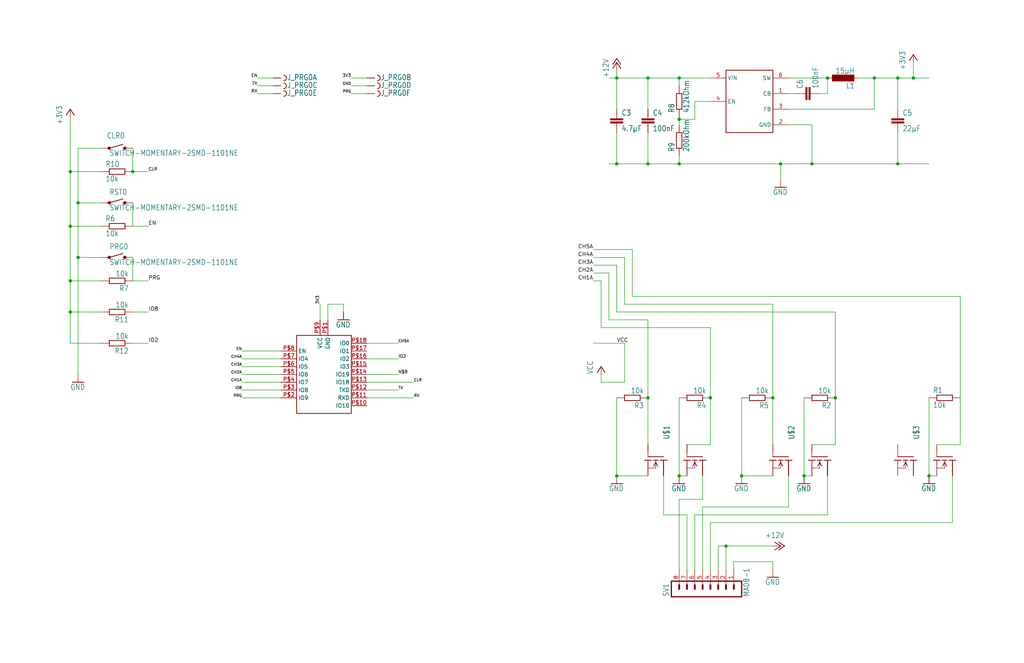
<source format=kicad_sch>
(kicad_sch (version 20211123) (generator eeschema)
  (paper "User" 333.197 215.976)
  (lib_symbols
    (symbol "rgbww32c3wroom02-eagle-import:+12V" (power)
      (property "Value" "+12V" (at -2.54 -5.08 90))
      (symbol "+12V_1_0"
        (polyline (pts (xy 0 0) (xy -1.27 -1.905)) (stroke (width 0.254)))
        (polyline (pts (xy 0 1.27) (xy -1.27 -0.635)) (stroke (width 0.254)))
        (polyline (pts (xy 1.27 -1.905) (xy 0 0)) (stroke (width 0.254)))
        (polyline (pts (xy 1.27 -0.635) (xy 0 1.27)) (stroke (width 0.254)))
        (pin power_in line (at 0 -2.54 90) (length 2.54) (name "+12V") (number "1"))
      )
    )
    (symbol "rgbww32c3wroom02-eagle-import:+3V3" (power)
      (property "Value" "+3V3" (at -2.54 -5.08 90))
      (symbol "+3V3_1_0"
        (polyline (pts (xy 0 0) (xy -1.27 -1.905)) (stroke (width 0.254)))
        (polyline (pts (xy 1.27 -1.905) (xy 0 0)) (stroke (width 0.254)))
        (pin power_in line (at 0 -2.54 90) (length 2.54) (name "+3V3") (number "1"))
      )
    )
    (symbol "rgbww32c3wroom02-eagle-import:1296-T06"
      (property "Reference" "X" (at 1.905 -0.762 0))
      (symbol "1296-T06_1_0"
        (arc (start 0.889 -0.889) (mid 1.778 0) (end 0.889 0.889) (stroke (width 0.254)))
        (pin passive line (at -2.54 0 0) (length 2.54) (name "B") (number "1"))
      )
      (symbol "1296-T06_2_0"
        (arc (start 0.889 -0.889) (mid 1.778 0) (end 0.889 0.889) (stroke (width 0.254)))
        (pin passive line (at -2.54 0 0) (length 2.54) (name "B") (number "2"))
      )
      (symbol "1296-T06_3_0"
        (arc (start 0.889 -0.889) (mid 1.778 0) (end 0.889 0.889) (stroke (width 0.254)))
        (pin passive line (at -2.54 0 0) (length 2.54) (name "B") (number "3"))
      )
      (symbol "1296-T06_4_0"
        (arc (start 0.889 -0.889) (mid 1.778 0) (end 0.889 0.889) (stroke (width 0.254)))
        (pin passive line (at -2.54 0 0) (length 2.54) (name "B") (number "4"))
      )
      (symbol "1296-T06_5_0"
        (arc (start 0.889 -0.889) (mid 1.778 0) (end 0.889 0.889) (stroke (width 0.254)))
        (pin passive line (at -2.54 0 0) (length 2.54) (name "B") (number "5"))
      )
      (symbol "1296-T06_6_0"
        (arc (start 0.889 -0.889) (mid 1.778 0) (end 0.889 0.889) (stroke (width 0.254)))
        (pin passive line (at -2.54 0 0) (length 2.54) (name "B") (number "6"))
      )
    )
    (symbol "rgbww32c3wroom02-eagle-import:AOD4806"
      (symbol "AOD4806_1_0"
        (polyline (pts (xy -12.7 5.08) (xy -11.3792 5.08)) (stroke (width 0.1524)))
        (polyline (pts (xy -12.7 17.78) (xy -11.3792 17.78)) (stroke (width 0.1524)))
        (polyline (pts (xy -11.303 10.16) (xy -11.303 5.08)) (stroke (width 0.254)))
        (polyline (pts (xy -11.303 22.86) (xy -11.303 17.78)) (stroke (width 0.254)))
        (polyline (pts (xy -10.16 6.223) (xy -10.16 3.937)) (stroke (width 0.254)))
        (polyline (pts (xy -10.16 7.62) (xy -10.16 6.858)) (stroke (width 0.254)))
        (polyline (pts (xy -10.16 7.62) (xy -9.525 7.62)) (stroke (width 0.1524)))
        (polyline (pts (xy -10.16 8.382) (xy -10.16 7.62)) (stroke (width 0.254)))
        (polyline (pts (xy -10.16 11.303) (xy -10.16 9.017)) (stroke (width 0.254)))
        (polyline (pts (xy -10.16 18.923) (xy -10.16 16.637)) (stroke (width 0.254)))
        (polyline (pts (xy -10.16 20.32) (xy -10.16 19.558)) (stroke (width 0.254)))
        (polyline (pts (xy -10.16 20.32) (xy -9.525 20.32)) (stroke (width 0.1524)))
        (polyline (pts (xy -10.16 21.082) (xy -10.16 20.32)) (stroke (width 0.254)))
        (polyline (pts (xy -10.16 24.003) (xy -10.16 21.717)) (stroke (width 0.254)))
        (polyline (pts (xy -9.525 7.62) (xy -7.62 7.62)) (stroke (width 0.1524)))
        (polyline (pts (xy -9.525 20.32) (xy -7.62 20.32)) (stroke (width 0.1524)))
        (polyline (pts (xy -8.255 6.985) (xy -9.525 7.62)) (stroke (width 0.254)))
        (polyline (pts (xy -8.255 8.255) (xy -9.525 7.62)) (stroke (width 0.254)))
        (polyline (pts (xy -8.255 19.685) (xy -9.525 20.32)) (stroke (width 0.254)))
        (polyline (pts (xy -8.255 20.955) (xy -9.525 20.32)) (stroke (width 0.254)))
        (polyline (pts (xy -7.62 7.62) (xy -7.62 5.08)) (stroke (width 0.1524)))
        (polyline (pts (xy -7.62 20.32) (xy -7.62 17.78)) (stroke (width 0.1524)))
        (pin passive line (at -5.08 5.08 180) (length 5.08) (name "S1") (number "1"))
        (pin passive line (at -15.24 5.08 0) (length 2.54) (name "G1") (number "2"))
        (pin passive line (at -5.08 17.78 180) (length 5.08) (name "S") (number "3"))
        (pin passive line (at -15.24 17.78 0) (length 2.54) (name "G") (number "4"))
        (pin passive line (at -5.08 22.86 180) (length 5.08) (name "D") (number "5"))
        (pin passive line (at -5.08 22.86 180) (length 5.08) (name "D") (number "6"))
        (pin passive line (at -5.08 10.16 180) (length 5.08) (name "D1") (number "7"))
        (pin passive line (at -5.08 10.16 180) (length 5.08) (name "D1") (number "8"))
      )
    )
    (symbol "rgbww32c3wroom02-eagle-import:C-EUC0805"
      (property "Reference" "C" (at 1.524 0.381 0))
      (property "Value" "C-EUC0805" (at 1.524 -4.699 0))
      (symbol "C-EUC0805_1_0"
        (rectangle (start -2.032 -2.032) (end 2.032 -1.524) (fill (type outline)))
        (rectangle (start -2.032 -1.016) (end 2.032 -0.508) (fill (type outline)))
        (polyline (pts (xy 0 -2.54) (xy 0 -2.032)) (stroke (width 0.1524)))
        (polyline (pts (xy 0 0) (xy 0 -0.508)) (stroke (width 0.1524)))
        (pin passive line (at 0 2.54 270) (length 2.54) (name "1") (number "1"))
        (pin passive line (at 0 -5.08 90) (length 2.54) (name "2") (number "2"))
      )
    )
    (symbol "rgbww32c3wroom02-eagle-import:C-EUC1210"
      (property "Reference" "C" (at 1.524 0.381 0))
      (property "Value" "C-EUC1210" (at 1.524 -4.699 0))
      (symbol "C-EUC1210_1_0"
        (rectangle (start -2.032 -2.032) (end 2.032 -1.524) (fill (type outline)))
        (rectangle (start -2.032 -1.016) (end 2.032 -0.508) (fill (type outline)))
        (polyline (pts (xy 0 -2.54) (xy 0 -2.032)) (stroke (width 0.1524)))
        (polyline (pts (xy 0 0) (xy 0 -0.508)) (stroke (width 0.1524)))
        (pin passive line (at 0 2.54 270) (length 2.54) (name "1") (number "1"))
        (pin passive line (at 0 -5.08 90) (length 2.54) (name "2") (number "2"))
      )
    )
    (symbol "rgbww32c3wroom02-eagle-import:ESP32C3WROOM02"
      (symbol "ESP32C3WROOM02_1_0"
        (polyline (pts (xy -12.7 -10.16) (xy -12.7 15.24)) (stroke (width 0.254)))
        (polyline (pts (xy -12.7 15.24) (xy 5.08 15.24)) (stroke (width 0.254)))
        (polyline (pts (xy 5.08 -10.16) (xy -12.7 -10.16)) (stroke (width 0.254)))
        (polyline (pts (xy 5.08 15.24) (xy 5.08 -10.16)) (stroke (width 0.254)))
        (pin power_in line (at -2.54 20.32 270) (length 5.08) (name "GND") (number "P$1"))
        (pin bidirectional line (at 10.16 -7.62 180) (length 5.08) (name "IO10") (number "P$10"))
        (pin bidirectional line (at 10.16 -5.08 180) (length 5.08) (name "RXD") (number "P$11"))
        (pin bidirectional line (at 10.16 -2.54 180) (length 5.08) (name "TXD") (number "P$12"))
        (pin bidirectional line (at 10.16 0 180) (length 5.08) (name "IO18") (number "P$13"))
        (pin bidirectional line (at 10.16 2.54 180) (length 5.08) (name "IO19") (number "P$14"))
        (pin bidirectional line (at 10.16 5.08 180) (length 5.08) (name "I03") (number "P$15"))
        (pin bidirectional line (at 10.16 7.62 180) (length 5.08) (name "I02") (number "P$16"))
        (pin bidirectional line (at 10.16 10.16 180) (length 5.08) (name "IO1") (number "P$17"))
        (pin bidirectional line (at 10.16 12.7 180) (length 5.08) (name "IO0") (number "P$18"))
        (pin bidirectional line (at -17.78 -5.08 0) (length 5.08) (name "IO9") (number "P$2"))
        (pin bidirectional line (at -17.78 -2.54 0) (length 5.08) (name "IO8") (number "P$3"))
        (pin bidirectional line (at -17.78 0 0) (length 5.08) (name "IO7") (number "P$4"))
        (pin bidirectional line (at -17.78 2.54 0) (length 5.08) (name "IO6") (number "P$5"))
        (pin bidirectional line (at -17.78 5.08 0) (length 5.08) (name "I05") (number "P$6"))
        (pin bidirectional line (at -17.78 7.62 0) (length 5.08) (name "IO4") (number "P$7"))
        (pin input line (at -17.78 10.16 0) (length 5.08) (name "EN") (number "P$8"))
        (pin power_in line (at -5.08 20.32 270) (length 5.08) (name "VCC") (number "P$9"))
      )
    )
    (symbol "rgbww32c3wroom02-eagle-import:GND" (power)
      (property "Value" "GND" (at -2.54 -2.54 0))
      (symbol "GND_1_0"
        (polyline (pts (xy -1.905 0) (xy 1.905 0)) (stroke (width 0.254)))
        (pin power_in line (at 0 2.54 270) (length 2.54) (name "GND") (number "1"))
      )
    )
    (symbol "rgbww32c3wroom02-eagle-import:LPS4018"
      (property "Value" "LPS4018" (at 3.302 -1.27 90))
      (symbol "LPS4018_1_0"
        (rectangle (start -1.016 -1.016) (end 1.016 6.096) (fill (type outline)))
        (pin passive line (at 0 7.62 270) (length 2.54) (name "1") (number "1"))
        (pin passive line (at 0 -2.54 90) (length 2.54) (name "2") (number "2"))
      )
    )
    (symbol "rgbww32c3wroom02-eagle-import:MA08-1"
      (property "Reference" "SV" (at -1.27 13.462 0))
      (property "Value" "MA08-1" (at -1.27 -12.7 0))
      (symbol "MA08-1_1_0"
        (polyline (pts (xy -1.27 12.7) (xy -1.27 -10.16)) (stroke (width 0.4064)))
        (polyline (pts (xy -1.27 12.7) (xy 3.81 12.7)) (stroke (width 0.4064)))
        (polyline (pts (xy 1.27 -7.62) (xy 2.54 -7.62)) (stroke (width 0.6096)))
        (polyline (pts (xy 1.27 -5.08) (xy 2.54 -5.08)) (stroke (width 0.6096)))
        (polyline (pts (xy 1.27 -2.54) (xy 2.54 -2.54)) (stroke (width 0.6096)))
        (polyline (pts (xy 1.27 0) (xy 2.54 0)) (stroke (width 0.6096)))
        (polyline (pts (xy 1.27 2.54) (xy 2.54 2.54)) (stroke (width 0.6096)))
        (polyline (pts (xy 1.27 5.08) (xy 2.54 5.08)) (stroke (width 0.6096)))
        (polyline (pts (xy 1.27 7.62) (xy 2.54 7.62)) (stroke (width 0.6096)))
        (polyline (pts (xy 1.27 10.16) (xy 2.54 10.16)) (stroke (width 0.6096)))
        (polyline (pts (xy 3.81 -10.16) (xy -1.27 -10.16)) (stroke (width 0.4064)))
        (polyline (pts (xy 3.81 -10.16) (xy 3.81 12.7)) (stroke (width 0.4064)))
        (pin passive line (at 7.62 -7.62 180) (length 5.08) (name "1") (number "1"))
        (pin passive line (at 7.62 -5.08 180) (length 5.08) (name "2") (number "2"))
        (pin passive line (at 7.62 -2.54 180) (length 5.08) (name "3") (number "3"))
        (pin passive line (at 7.62 0 180) (length 5.08) (name "4") (number "4"))
        (pin passive line (at 7.62 2.54 180) (length 5.08) (name "5") (number "5"))
        (pin passive line (at 7.62 5.08 180) (length 5.08) (name "6") (number "6"))
        (pin passive line (at 7.62 7.62 180) (length 5.08) (name "7") (number "7"))
        (pin passive line (at 7.62 10.16 180) (length 5.08) (name "8") (number "8"))
      )
    )
    (symbol "rgbww32c3wroom02-eagle-import:R-EU_M0805"
      (property "Reference" "R" (at -3.81 1.4986 0))
      (property "Value" "R-EU_M0805" (at -3.81 -3.302 0))
      (symbol "R-EU_M0805_1_0"
        (polyline (pts (xy -2.54 -0.889) (xy -2.54 0.889)) (stroke (width 0.254)))
        (polyline (pts (xy -2.54 -0.889) (xy 2.54 -0.889)) (stroke (width 0.254)))
        (polyline (pts (xy 2.54 -0.889) (xy 2.54 0.889)) (stroke (width 0.254)))
        (polyline (pts (xy 2.54 0.889) (xy -2.54 0.889)) (stroke (width 0.254)))
        (pin passive line (at -5.08 0 0) (length 2.54) (name "1") (number "1"))
        (pin passive line (at 5.08 0 180) (length 2.54) (name "2") (number "2"))
      )
    )
    (symbol "rgbww32c3wroom02-eagle-import:R-EU_R0805"
      (property "Reference" "R" (at -3.81 1.4986 0))
      (property "Value" "R-EU_R0805" (at -3.81 -3.302 0))
      (symbol "R-EU_R0805_1_0"
        (polyline (pts (xy -2.54 -0.889) (xy -2.54 0.889)) (stroke (width 0.254)))
        (polyline (pts (xy -2.54 -0.889) (xy 2.54 -0.889)) (stroke (width 0.254)))
        (polyline (pts (xy 2.54 -0.889) (xy 2.54 0.889)) (stroke (width 0.254)))
        (polyline (pts (xy 2.54 0.889) (xy -2.54 0.889)) (stroke (width 0.254)))
        (pin passive line (at -5.08 0 0) (length 2.54) (name "1") (number "1"))
        (pin passive line (at 5.08 0 180) (length 2.54) (name "2") (number "2"))
      )
    )
    (symbol "rgbww32c3wroom02-eagle-import:SWITCH-MOMENTARY-2SMD-1101NE"
      (property "Reference" "S" (at -2.54 2.54 0))
      (property "Value" "SWITCH-MOMENTARY-2SMD-1101NE" (at -2.54 -2.54 0))
      (symbol "SWITCH-MOMENTARY-2SMD-1101NE_1_0"
        (circle (center -2.54 0) (radius 0.127) (stroke (width 0.4064)))
        (polyline (pts (xy -2.54 0) (xy 1.905 1.27)) (stroke (width 0.254)))
        (polyline (pts (xy 1.905 0) (xy 2.54 0)) (stroke (width 0.254)))
        (circle (center 2.54 0) (radius 0.127) (stroke (width 0.4064)))
        (pin passive line (at -5.08 0 0) (length 2.54) (name "1") (number "1"))
        (pin passive line (at 5.08 0 180) (length 2.54) (name "2") (number "2"))
      )
    )
    (symbol "rgbww32c3wroom02-eagle-import:TPS5604030"
      (symbol "TPS5604030_1_0"
        (polyline (pts (xy -17.78 -2.54) (xy -2.54 -2.54)) (stroke (width 0.254)))
        (polyline (pts (xy -17.78 17.78) (xy -17.78 -2.54)) (stroke (width 0.254)))
        (polyline (pts (xy -2.54 -2.54) (xy -2.54 17.78)) (stroke (width 0.254)))
        (polyline (pts (xy -2.54 17.78) (xy -17.78 17.78)) (stroke (width 0.254)))
        (pin bidirectional line (at 2.54 10.16 180) (length 5.08) (name "CB") (number "1"))
        (pin power_in line (at 2.54 0 180) (length 5.08) (name "GND") (number "2"))
        (pin bidirectional line (at 2.54 5.08 180) (length 5.08) (name "FB") (number "3"))
        (pin bidirectional line (at -22.86 7.62 0) (length 5.08) (name "EN") (number "4"))
        (pin power_in line (at -22.86 15.24 0) (length 5.08) (name "VIN") (number "5"))
        (pin power_in line (at 2.54 15.24 180) (length 5.08) (name "SW") (number "6"))
      )
    )
    (symbol "rgbww32c3wroom02-eagle-import:VCC" (power)
      (property "Value" "VCC" (at -2.54 -2.54 90))
      (symbol "VCC_1_0"
        (polyline (pts (xy 0 0) (xy -1.27 -1.905)) (stroke (width 0.254)))
        (polyline (pts (xy 1.27 -1.905) (xy 0 0)) (stroke (width 0.254)))
        (pin power_in line (at 0 -2.54 90) (length 2.54) (name "VCC") (number "1"))
      )
    )
  )
  (junction (at 43.18 55.88))
  (junction (at 269.24 25.4))
  (junction (at 236.22 177.8))
  (junction (at 22.86 101.6))
  (junction (at 200.66 25.4))
  (junction (at 220.98 25.4))
  (junction (at 25.4 66.04))
  (junction (at 22.86 73.66))
  (junction (at 264.16 53.34))
  (junction (at 254 53.34))
  (junction (at 231.14 129.54))
  (junction (at 200.66 53.34))
  (junction (at 297.18 25.4))
  (junction (at 271.78 129.54))
  (junction (at 261.62 154.94))
  (junction (at 292.1 53.34))
  (junction (at 284.48 25.4))
  (junction (at 22.86 55.88))
  (junction (at 302.26 154.94))
  (junction (at 210.82 53.34))
  (junction (at 25.4 83.82))
  (junction (at 292.1 25.4))
  (junction (at 220.98 53.34))
  (junction (at 210.82 129.54))
  (junction (at 241.3 154.94))
  (junction (at 200.66 154.94))
  (junction (at 220.98 38.862))
  (junction (at 220.98 154.94))
  (junction (at 210.82 25.4))
  (junction (at 251.46 129.54))
  (junction (at 22.86 91.44))
  (wire (pts (xy 203.2 111.76) (xy 203.2 124.46)))
  (wire (pts (xy 119.38 25.4) (xy 114.3 25.4)))
  (wire (pts (xy 200.66 129.54) (xy 200.66 154.94)))
  (wire (pts (xy 33.02 55.88) (xy 22.86 55.88)))
  (wire (pts (xy 119.38 124.46) (xy 134.62 124.46)))
  (wire (pts (xy 25.4 66.04) (xy 33.02 66.04)))
  (wire (pts (xy 312.42 129.54) (xy 312.42 96.52)))
  (wire (pts (xy 203.2 99.06) (xy 251.46 99.06)))
  (wire (pts (xy 205.74 96.52) (xy 205.74 81.28)))
  (wire (pts (xy 309.88 170.18) (xy 309.88 154.94)))
  (wire (pts (xy 195.58 91.44) (xy 193.04 91.44)))
  (wire (pts (xy 264.16 154.94) (xy 261.62 154.94)))
  (wire (pts (xy 271.78 101.6) (xy 271.78 129.54)))
  (wire (pts (xy 200.66 25.4) (xy 200.66 22.86)))
  (wire (pts (xy 22.86 73.66) (xy 22.86 55.88)))
  (wire (pts (xy 215.9 154.94) (xy 215.9 167.64)))
  (wire (pts (xy 33.02 83.82) (xy 25.4 83.82)))
  (wire (pts (xy 22.86 101.6) (xy 22.86 111.76)))
  (wire (pts (xy 119.38 111.76) (xy 129.54 111.76)))
  (wire (pts (xy 200.66 35.56) (xy 200.66 25.4)))
  (wire (pts (xy 292.1 53.34) (xy 302.26 53.34)))
  (wire (pts (xy 271.78 129.54) (xy 271.78 144.78)))
  (wire (pts (xy 226.06 38.862) (xy 226.06 33.02)))
  (wire (pts (xy 205.74 81.28) (xy 193.04 81.28)))
  (wire (pts (xy 195.58 106.68) (xy 195.58 91.44)))
  (wire (pts (xy 254 53.34) (xy 264.16 53.34)))
  (wire (pts (xy 88.9 25.4) (xy 83.82 25.4)))
  (wire (pts (xy 203.2 124.46) (xy 195.58 124.46)))
  (wire (pts (xy 264.16 53.34) (xy 292.1 53.34)))
  (wire (pts (xy 43.18 55.88) (xy 48.26 55.88)))
  (wire (pts (xy 25.4 48.26) (xy 33.02 48.26)))
  (wire (pts (xy 106.68 104.14) (xy 106.68 99.06)))
  (wire (pts (xy 264.16 40.64) (xy 264.16 53.34)))
  (wire (pts (xy 292.1 43.18) (xy 292.1 53.34)))
  (wire (pts (xy 226.06 38.862) (xy 220.98 38.862)))
  (wire (pts (xy 223.52 144.78) (xy 231.14 144.78)))
  (wire (pts (xy 43.18 73.66) (xy 48.26 73.66)))
  (wire (pts (xy 210.82 43.18) (xy 210.82 53.34)))
  (wire (pts (xy 195.58 124.46) (xy 195.58 121.92)))
  (wire (pts (xy 210.82 154.94) (xy 200.66 154.94)))
  (wire (pts (xy 231.14 129.54) (xy 231.14 144.78)))
  (wire (pts (xy 266.7 30.48) (xy 269.24 30.48)))
  (wire (pts (xy 88.9 27.94) (xy 83.82 27.94)))
  (wire (pts (xy 251.46 129.54) (xy 251.46 144.78)))
  (wire (pts (xy 200.66 53.34) (xy 210.82 53.34)))
  (wire (pts (xy 210.82 104.14) (xy 210.82 129.54)))
  (wire (pts (xy 256.54 30.48) (xy 259.08 30.48)))
  (wire (pts (xy 78.74 114.3) (xy 91.44 114.3)))
  (wire (pts (xy 226.06 167.64) (xy 269.24 167.64)))
  (wire (pts (xy 236.22 185.42) (xy 236.22 177.8)))
  (wire (pts (xy 119.38 129.54) (xy 134.62 129.54)))
  (wire (pts (xy 264.16 144.78) (xy 271.78 144.78)))
  (wire (pts (xy 284.48 25.4) (xy 292.1 25.4)))
  (wire (pts (xy 210.82 129.54) (xy 210.82 144.78)))
  (wire (pts (xy 223.52 167.64) (xy 215.9 167.64)))
  (wire (pts (xy 304.8 154.94) (xy 302.26 154.94)))
  (wire (pts (xy 43.18 111.76) (xy 48.26 111.76)))
  (wire (pts (xy 233.68 177.8) (xy 236.22 177.8)))
  (wire (pts (xy 111.76 99.06) (xy 111.76 101.6)))
  (wire (pts (xy 200.66 101.6) (xy 200.66 86.36)))
  (wire (pts (xy 198.12 88.9) (xy 193.04 88.9)))
  (wire (pts (xy 228.6 165.1) (xy 228.6 185.42)))
  (wire (pts (xy 269.24 154.94) (xy 269.24 167.64)))
  (wire (pts (xy 119.38 27.94) (xy 114.3 27.94)))
  (wire (pts (xy 104.14 104.14) (xy 104.14 99.06)))
  (wire (pts (xy 220.98 50.8) (xy 220.98 53.34)))
  (wire (pts (xy 256.54 154.94) (xy 256.54 165.1)))
  (wire (pts (xy 279.4 25.4) (xy 284.48 25.4)))
  (wire (pts (xy 220.98 25.4) (xy 210.82 25.4)))
  (wire (pts (xy 91.44 129.54) (xy 78.74 129.54)))
  (wire (pts (xy 312.42 129.54) (xy 312.42 144.78)))
  (wire (pts (xy 256.54 35.56) (xy 284.48 35.56)))
  (wire (pts (xy 292.1 25.4) (xy 297.18 25.4)))
  (wire (pts (xy 231.14 170.18) (xy 231.14 185.42)))
  (wire (pts (xy 203.2 83.82) (xy 193.04 83.82)))
  (wire (pts (xy 231.14 106.68) (xy 231.14 129.54)))
  (wire (pts (xy 33.02 73.66) (xy 22.86 73.66)))
  (wire (pts (xy 238.76 185.42) (xy 238.76 182.88)))
  (wire (pts (xy 198.12 104.14) (xy 198.12 88.9)))
  (wire (pts (xy 195.58 106.68) (xy 231.14 106.68)))
  (wire (pts (xy 312.42 96.52) (xy 205.74 96.52)))
  (wire (pts (xy 25.4 66.04) (xy 25.4 83.82)))
  (wire (pts (xy 254 58.42) (xy 254 53.34)))
  (wire (pts (xy 251.46 182.88) (xy 251.46 185.42)))
  (wire (pts (xy 119.38 121.92) (xy 129.54 121.92)))
  (wire (pts (xy 256.54 25.4) (xy 269.24 25.4)))
  (wire (pts (xy 43.18 91.44) (xy 48.26 91.44)))
  (wire (pts (xy 297.18 25.4) (xy 302.26 25.4)))
  (wire (pts (xy 251.46 99.06) (xy 251.46 129.54)))
  (wire (pts (xy 200.66 101.6) (xy 271.78 101.6)))
  (wire (pts (xy 220.98 38.862) (xy 220.98 40.64)))
  (wire (pts (xy 200.66 43.18) (xy 200.66 53.34)))
  (wire (pts (xy 203.2 99.06) (xy 203.2 83.82)))
  (wire (pts (xy 22.86 91.44) (xy 22.86 73.66)))
  (wire (pts (xy 233.68 177.8) (xy 233.68 185.42)))
  (wire (pts (xy 91.44 121.92) (xy 78.74 121.92)))
  (wire (pts (xy 22.86 91.44) (xy 22.86 101.6)))
  (wire (pts (xy 119.38 116.84) (xy 129.54 116.84)))
  (wire (pts (xy 251.46 154.94) (xy 241.3 154.94)))
  (wire (pts (xy 284.48 35.56) (xy 284.48 25.4)))
  (wire (pts (xy 33.02 91.44) (xy 22.86 91.44)))
  (wire (pts (xy 119.38 127) (xy 129.54 127)))
  (wire (pts (xy 220.98 162.56) (xy 228.6 162.56)))
  (wire (pts (xy 210.82 25.4) (xy 200.66 25.4)))
  (wire (pts (xy 226.06 33.02) (xy 231.14 33.02)))
  (wire (pts (xy 220.98 27.94) (xy 220.98 25.4)))
  (wire (pts (xy 22.86 111.76) (xy 33.02 111.76)))
  (wire (pts (xy 43.18 48.26) (xy 43.18 55.88)))
  (wire (pts (xy 106.68 99.06) (xy 111.76 99.06)))
  (wire (pts (xy 220.98 38.862) (xy 220.98 38.1)))
  (wire (pts (xy 231.14 170.18) (xy 309.88 170.18)))
  (wire (pts (xy 91.44 124.46) (xy 78.74 124.46)))
  (wire (pts (xy 220.98 154.94) (xy 220.98 129.54)))
  (wire (pts (xy 297.18 20.32) (xy 297.18 25.4)))
  (wire (pts (xy 200.66 25.4) (xy 198.12 25.4)))
  (wire (pts (xy 312.42 144.78) (xy 304.8 144.78)))
  (wire (pts (xy 193.04 111.76) (xy 203.2 111.76)))
  (wire (pts (xy 238.76 182.88) (xy 251.46 182.88)))
  (wire (pts (xy 256.54 40.64) (xy 264.16 40.64)))
  (wire (pts (xy 220.98 162.56) (xy 220.98 185.42)))
  (wire (pts (xy 228.6 162.56) (xy 228.6 154.94)))
  (wire (pts (xy 198.12 53.34) (xy 200.66 53.34)))
  (wire (pts (xy 256.54 165.1) (xy 228.6 165.1)))
  (wire (pts (xy 231.14 25.4) (xy 220.98 25.4)))
  (wire (pts (xy 210.82 53.34) (xy 220.98 53.34)))
  (wire (pts (xy 88.9 30.48) (xy 83.82 30.48)))
  (wire (pts (xy 25.4 83.82) (xy 25.4 121.92)))
  (wire (pts (xy 43.18 101.6) (xy 48.26 101.6)))
  (wire (pts (xy 91.44 119.38) (xy 78.74 119.38)))
  (wire (pts (xy 269.24 30.48) (xy 269.24 25.4)))
  (wire (pts (xy 119.38 30.48) (xy 114.3 30.48)))
  (wire (pts (xy 220.98 53.34) (xy 254 53.34)))
  (wire (pts (xy 33.02 101.6) (xy 22.86 101.6)))
  (wire (pts (xy 43.18 83.82) (xy 43.18 91.44)))
  (wire (pts (xy 261.62 154.94) (xy 261.62 129.54)))
  (wire (pts (xy 43.18 66.04) (xy 43.18 73.66)))
  (wire (pts (xy 223.52 167.64) (xy 223.52 185.42)))
  (wire (pts (xy 210.82 35.56) (xy 210.82 25.4)))
  (wire (pts (xy 91.44 127) (xy 78.74 127)))
  (wire (pts (xy 200.66 86.36) (xy 193.04 86.36)))
  (wire (pts (xy 25.4 48.26) (xy 25.4 66.04)))
  (wire (pts (xy 302.26 154.94) (xy 302.26 129.54)))
  (wire (pts (xy 223.52 154.94) (xy 220.98 154.94)))
  (wire (pts (xy 91.44 116.84) (xy 78.74 116.84)))
  (wire (pts (xy 236.22 177.8) (xy 251.46 177.8)))
  (wire (pts (xy 241.3 154.94) (xy 241.3 129.54)))
  (wire (pts (xy 22.86 55.88) (xy 22.86 38.1)))
  (wire (pts (xy 226.06 167.64) (xy 226.06 185.42)))
  (wire (pts (xy 292.1 35.56) (xy 292.1 25.4)))
  (wire (pts (xy 198.12 104.14) (xy 210.82 104.14)))
  (label "RX" (at 134.62 129.54 0) (effects (font (size 0.889 0.889))))
  (label "PRG" (at 48.26 91.44 0) (effects (font (size 1.2446 1.2446))))
  (label "EN" (at 78.74 114.3 180) (effects (font (size 0.889 0.889))))
  (label "RX" (at 83.82 30.48 180) (effects (font (size 0.9957 0.9957))))
  (label "IO2" (at 129.54 116.84 0) (effects (font (size 0.9957 0.9957))))
  (label "TX" (at 83.82 27.94 180) (effects (font (size 0.9957 0.9957))))
  (label "CH4A" (at 78.74 116.84 180) (effects (font (size 0.889 0.889))))
  (label "CH5A" (at 129.54 111.76 0) (effects (font (size 0.889 0.889))))
  (label "PRG" (at 78.74 129.54 180) (effects (font (size 0.889 0.889))))
  (label "EN" (at 48.26 73.66 0) (effects (font (size 1.2446 1.2446))))
  (label "CH2A" (at 78.74 121.92 180) (effects (font (size 0.889 0.889))))
  (label "EN" (at 83.82 25.4 180) (effects (font (size 0.9957 0.9957))))
  (label "N$9" (at 129.54 121.92 0) (effects (font (size 0.9957 0.9957))))
  (label "CH3A" (at 78.74 119.38 180) (effects (font (size 0.889 0.889))))
  (label "GND" (at 114.3 27.94 180) (effects (font (size 0.889 0.889))))
  (label "IO8" (at 78.74 127 180) (effects (font (size 0.889 0.889))))
  (label "VCC" (at 200.66 111.76 0) (effects (font (size 1.2446 1.2446))))
  (label "IO8" (at 48.26 101.6 0) (effects (font (size 1.2446 1.2446))))
  (label "3V3" (at 104.14 99.06 90) (effects (font (size 0.9957 0.9957))))
  (label "CLR" (at 134.62 124.46 0) (effects (font (size 0.889 0.889))))
  (label "CH1A" (at 193.04 91.44 180) (effects (font (size 1.2446 1.2446))))
  (label "CH3A" (at 193.04 86.36 180) (effects (font (size 1.2446 1.2446))))
  (label "CLR" (at 48.26 55.88 0) (effects (font (size 0.9957 0.9957))))
  (label "PRG" (at 114.3 30.48 180) (effects (font (size 0.889 0.889))))
  (label "3V3" (at 114.3 25.4 180) (effects (font (size 0.9957 0.9957))))
  (label "CH1A" (at 78.74 124.46 180) (effects (font (size 0.889 0.889))))
  (label "CH4A" (at 193.04 83.82 180) (effects (font (size 1.2446 1.2446))))
  (label "IO2" (at 48.26 111.76 0) (effects (font (size 1.2446 1.2446))))
  (label "CH5A" (at 193.04 81.28 180) (effects (font (size 1.2446 1.2446))))
  (label "CH2A" (at 193.04 88.9 180) (effects (font (size 1.2446 1.2446))))
  (label "TX" (at 129.54 127 0) (effects (font (size 0.889 0.889))))
  (symbol (lib_id "rgbww32c3wroom02-eagle-import:AOD4806") (at 246.38 160.02 270) (unit 1)
    (property "Reference" "U$2" (at 256.54 138.43 0) (effects (font (size 1.778 1.5113)) (justify left bottom)))
    (property "Value" "AOD4806" (effects hide))
    (property "Footprint" "rgbww32c3wroom02:SO08" (effects hide))
  )
  (symbol (lib_id "rgbww32c3wroom02-eagle-import:+3V3") (at 297.18 17.78 0) (unit 1)
    (property "Reference" "#+3V02" (effects hide))
    (property "Value" "+3V3" (at 294.64 22.86 90) (effects (font (size 1.778 1.5113)) (justify left bottom)))
    (property "Footprint" "rgbww32c3wroom02:" (effects hide))
  )
  (symbol (lib_id "rgbww32c3wroom02-eagle-import:1296-T06") (at 121.92 25.4 0) (unit 2)
    (property "Reference" "J_PRG0" (at 123.825 26.162 0) (effects (font (size 1.778 1.5113)) (justify left bottom)))
    (property "Value" "1296-T06" (effects hide))
    (property "Footprint" "rgbww32c3wroom02:06" (effects hide))
  )
  (symbol (lib_id "rgbww32c3wroom02-eagle-import:GND") (at 302.26 157.48 0) (unit 1)
    (property "Reference" "#GND010" (effects hide))
    (property "Value" "GND" (at 299.72 160.02 0) (effects (font (size 1.778 1.5113)) (justify left bottom)))
    (property "Footprint" "rgbww32c3wroom02:" (effects hide))
  )
  (symbol (lib_id "rgbww32c3wroom02-eagle-import:SWITCH-MOMENTARY-2SMD-1101NE") (at 38.1 66.04 0) (unit 1)
    (property "Reference" "RST0" (at 35.56 63.5 0) (effects (font (size 1.778 1.5113)) (justify left bottom)))
    (property "Value" "SWITCH-MOMENTARY-2SMD-1101NE" (at 35.56 68.58 0) (effects (font (size 1.778 1.5113)) (justify left bottom)))
    (property "Footprint" "rgbww32c3wroom02:TACTILE-SWITCH-1101NE" (effects hide))
  )
  (symbol (lib_id "rgbww32c3wroom02-eagle-import:GND") (at 111.76 104.14 0) (unit 1)
    (property "Reference" "#GND03" (effects hide))
    (property "Value" "GND" (at 109.22 106.68 0) (effects (font (size 1.778 1.5113)) (justify left bottom)))
    (property "Footprint" "rgbww32c3wroom02:" (effects hide))
  )
  (symbol (lib_id "rgbww32c3wroom02-eagle-import:1296-T06") (at 121.92 30.48 0) (unit 6)
    (property "Reference" "J_PRG0" (at 123.825 31.242 0) (effects (font (size 1.778 1.5113)) (justify left bottom)))
    (property "Value" "1296-T06" (effects hide))
    (property "Footprint" "rgbww32c3wroom02:06" (effects hide))
  )
  (symbol (lib_id "rgbww32c3wroom02-eagle-import:C-EUC0805") (at 210.82 38.1 0) (unit 1)
    (property "Reference" "C4" (at 212.344 37.719 0) (effects (font (size 1.778 1.5113)) (justify left bottom)))
    (property "Value" "100nF" (at 212.344 42.799 0) (effects (font (size 1.778 1.5113)) (justify left bottom)))
    (property "Footprint" "rgbww32c3wroom02:C0805" (effects hide))
  )
  (symbol (lib_id "rgbww32c3wroom02-eagle-import:1296-T06") (at 91.44 27.94 0) (unit 3)
    (property "Reference" "J_PRG0" (at 93.345 28.702 0) (effects (font (size 1.778 1.5113)) (justify left bottom)))
    (property "Value" "1296-T06" (effects hide))
    (property "Footprint" "rgbww32c3wroom02:06" (effects hide))
  )
  (symbol (lib_id "rgbww32c3wroom02-eagle-import:MA08-1") (at 231.14 193.04 90) (unit 1)
    (property "Reference" "SV1" (at 217.678 194.31 0) (effects (font (size 1.778 1.5113)) (justify left bottom)))
    (property "Value" "MA08-1" (at 243.84 194.31 0) (effects (font (size 1.778 1.5113)) (justify left bottom)))
    (property "Footprint" "rgbww32c3wroom02:MA08-1" (effects hide))
  )
  (symbol (lib_id "rgbww32c3wroom02-eagle-import:R-EU_R0805") (at 226.06 129.54 180) (unit 1)
    (property "Reference" "R4" (at 229.87 131.0386 0) (effects (font (size 1.778 1.5113)) (justify left bottom)))
    (property "Value" "10k" (at 229.87 126.238 0) (effects (font (size 1.778 1.5113)) (justify left bottom)))
    (property "Footprint" "rgbww32c3wroom02:R0805" (effects hide))
  )
  (symbol (lib_id "rgbww32c3wroom02-eagle-import:R-EU_M0805") (at 220.98 33.02 90) (unit 1)
    (property "Reference" "R8" (at 219.4814 36.83 0) (effects (font (size 1.778 1.5113)) (justify left bottom)))
    (property "Value" "412kOhm" (at 224.282 36.83 0) (effects (font (size 1.778 1.5113)) (justify left bottom)))
    (property "Footprint" "rgbww32c3wroom02:M0805" (effects hide))
  )
  (symbol (lib_id "rgbww32c3wroom02-eagle-import:C-EUC0805") (at 261.62 30.48 90) (unit 1)
    (property "Reference" "C6" (at 261.239 28.956 0) (effects (font (size 1.778 1.5113)) (justify left bottom)))
    (property "Value" "100nF" (at 266.319 28.956 0) (effects (font (size 1.778 1.5113)) (justify left bottom)))
    (property "Footprint" "rgbww32c3wroom02:C0805" (effects hide))
  )
  (symbol (lib_id "rgbww32c3wroom02-eagle-import:C-EUC1210") (at 200.66 38.1 0) (unit 1)
    (property "Reference" "C3" (at 202.184 37.719 0) (effects (font (size 1.778 1.5113)) (justify left bottom)))
    (property "Value" "4.7µF" (at 202.184 42.799 0) (effects (font (size 1.778 1.5113)) (justify left bottom)))
    (property "Footprint" "rgbww32c3wroom02:C1210" (effects hide))
  )
  (symbol (lib_id "rgbww32c3wroom02-eagle-import:C-EUC0805") (at 292.1 38.1 0) (unit 1)
    (property "Reference" "C5" (at 293.624 37.719 0) (effects (font (size 1.778 1.5113)) (justify left bottom)))
    (property "Value" "22µF" (at 293.624 42.799 0) (effects (font (size 1.778 1.5113)) (justify left bottom)))
    (property "Footprint" "rgbww32c3wroom02:C0805" (effects hide))
  )
  (symbol (lib_id "rgbww32c3wroom02-eagle-import:R-EU_R0805") (at 38.1 73.66 0) (unit 1)
    (property "Reference" "R6" (at 34.29 72.1614 0) (effects (font (size 1.778 1.5113)) (justify left bottom)))
    (property "Value" "10k" (at 34.29 76.962 0) (effects (font (size 1.778 1.5113)) (justify left bottom)))
    (property "Footprint" "rgbww32c3wroom02:R0805" (effects hide))
  )
  (symbol (lib_id "rgbww32c3wroom02-eagle-import:GND") (at 254 60.96 0) (unit 1)
    (property "Reference" "#GND01" (effects hide))
    (property "Value" "GND" (at 251.46 63.5 0) (effects (font (size 1.778 1.5113)) (justify left bottom)))
    (property "Footprint" "rgbww32c3wroom02:" (effects hide))
  )
  (symbol (lib_id "rgbww32c3wroom02-eagle-import:R-EU_M0805") (at 220.98 45.72 90) (unit 1)
    (property "Reference" "R9" (at 219.4814 49.53 0) (effects (font (size 1.778 1.5113)) (justify left bottom)))
    (property "Value" "200kOhm" (at 224.282 49.53 0) (effects (font (size 1.778 1.5113)) (justify left bottom)))
    (property "Footprint" "rgbww32c3wroom02:M0805" (effects hide))
  )
  (symbol (lib_id "rgbww32c3wroom02-eagle-import:R-EU_R0805") (at 38.1 91.44 180) (unit 1)
    (property "Reference" "R7" (at 41.91 92.9386 0) (effects (font (size 1.778 1.5113)) (justify left bottom)))
    (property "Value" "10k" (at 41.91 88.138 0) (effects (font (size 1.778 1.5113)) (justify left bottom)))
    (property "Footprint" "rgbww32c3wroom02:R0805" (effects hide))
  )
  (symbol (lib_id "rgbww32c3wroom02-eagle-import:ESP32C3WROOM02") (at 109.22 124.46 0) (unit 1)
    (property "Reference" "U$5" (effects hide))
    (property "Value" "ESP32C3WROOM02" (effects hide))
    (property "Footprint" "rgbww32c3wroom02:SMD" (effects hide))
  )
  (symbol (lib_id "rgbww32c3wroom02-eagle-import:AOD4806") (at 205.74 160.02 270) (unit 1)
    (property "Reference" "U$1" (at 215.9 138.43 0) (effects (font (size 1.778 1.5113)) (justify left bottom)))
    (property "Value" "AOD4806" (effects hide))
    (property "Footprint" "rgbww32c3wroom02:SO08" (effects hide))
  )
  (symbol (lib_id "rgbww32c3wroom02-eagle-import:R-EU_R0805") (at 205.74 129.54 180) (unit 1)
    (property "Reference" "R3" (at 209.55 131.0386 0) (effects (font (size 1.778 1.5113)) (justify left bottom)))
    (property "Value" "10k" (at 209.55 126.238 0) (effects (font (size 1.778 1.5113)) (justify left bottom)))
    (property "Footprint" "rgbww32c3wroom02:R0805" (effects hide))
  )
  (symbol (lib_id "rgbww32c3wroom02-eagle-import:GND") (at 251.46 187.96 0) (unit 1)
    (property "Reference" "#GND05" (effects hide))
    (property "Value" "GND" (at 248.92 190.5 0) (effects (font (size 1.778 1.5113)) (justify left bottom)))
    (property "Footprint" "rgbww32c3wroom02:" (effects hide))
  )
  (symbol (lib_id "rgbww32c3wroom02-eagle-import:TPS5604030") (at 254 40.64 0) (unit 1)
    (property "Reference" "U$6" (effects hide))
    (property "Value" "TPS560430X3FBDV" (effects hide))
    (property "Footprint" "Package_TO_SOT_SMD:SOT-23-6_Handsoldering" (effects hide))
  )
  (symbol (lib_id "rgbww32c3wroom02-eagle-import:GND") (at 220.98 157.48 0) (unit 1)
    (property "Reference" "#GND07" (effects hide))
    (property "Value" "GND" (at 218.44 160.02 0) (effects (font (size 1.778 1.5113)) (justify left bottom)))
    (property "Footprint" "rgbww32c3wroom02:" (effects hide))
  )
  (symbol (lib_id "rgbww32c3wroom02-eagle-import:R-EU_R0805") (at 307.34 129.54 0) (unit 1)
    (property "Reference" "R1" (at 303.53 128.0414 0) (effects (font (size 1.778 1.5113)) (justify left bottom)))
    (property "Value" "10k" (at 303.53 132.842 0) (effects (font (size 1.778 1.5113)) (justify left bottom)))
    (property "Footprint" "rgbww32c3wroom02:R0805" (effects hide))
  )
  (symbol (lib_id "rgbww32c3wroom02-eagle-import:VCC") (at 195.58 119.38 0) (unit 1)
    (property "Reference" "#P+02" (effects hide))
    (property "Value" "VCC" (at 193.04 121.92 90) (effects (font (size 1.778 1.5113)) (justify left bottom)))
    (property "Footprint" "rgbww32c3wroom02:" (effects hide))
  )
  (symbol (lib_id "rgbww32c3wroom02-eagle-import:1296-T06") (at 91.44 25.4 0) (unit 1)
    (property "Reference" "J_PRG0" (at 93.345 26.162 0) (effects (font (size 1.778 1.5113)) (justify left bottom)))
    (property "Value" "1296-T06" (effects hide))
    (property "Footprint" "rgbww32c3wroom02:06" (effects hide))
  )
  (symbol (lib_id "rgbww32c3wroom02-eagle-import:GND") (at 261.62 157.48 0) (unit 1)
    (property "Reference" "#GND09" (effects hide))
    (property "Value" "GND" (at 259.08 160.02 0) (effects (font (size 1.778 1.5113)) (justify left bottom)))
    (property "Footprint" "rgbww32c3wroom02:" (effects hide))
  )
  (symbol (lib_id "rgbww32c3wroom02-eagle-import:R-EU_R0805") (at 246.38 129.54 180) (unit 1)
    (property "Reference" "R5" (at 250.19 131.0386 0) (effects (font (size 1.778 1.5113)) (justify left bottom)))
    (property "Value" "10k" (at 250.19 126.238 0) (effects (font (size 1.778 1.5113)) (justify left bottom)))
    (property "Footprint" "rgbww32c3wroom02:R0805" (effects hide))
  )
  (symbol (lib_id "rgbww32c3wroom02-eagle-import:R-EU_R0805") (at 38.1 101.6 180) (unit 1)
    (property "Reference" "R11" (at 41.91 103.0986 0) (effects (font (size 1.778 1.5113)) (justify left bottom)))
    (property "Value" "10k" (at 41.91 98.298 0) (effects (font (size 1.778 1.5113)) (justify left bottom)))
    (property "Footprint" "rgbww32c3wroom02:R0805" (effects hide))
  )
  (symbol (lib_id "rgbww32c3wroom02-eagle-import:SWITCH-MOMENTARY-2SMD-1101NE") (at 38.1 83.82 0) (unit 1)
    (property "Reference" "PRG0" (at 35.56 81.28 0) (effects (font (size 1.778 1.5113)) (justify left bottom)))
    (property "Value" "SWITCH-MOMENTARY-2SMD-1101NE" (at 35.56 86.36 0) (effects (font (size 1.778 1.5113)) (justify left bottom)))
    (property "Footprint" "rgbww32c3wroom02:TACTILE-SWITCH-1101NE" (effects hide))
  )
  (symbol (lib_id "rgbww32c3wroom02-eagle-import:GND") (at 200.66 157.48 0) (unit 1)
    (property "Reference" "#GND08" (effects hide))
    (property "Value" "GND" (at 198.12 160.02 0) (effects (font (size 1.778 1.5113)) (justify left bottom)))
    (property "Footprint" "rgbww32c3wroom02:" (effects hide))
  )
  (symbol (lib_id "rgbww32c3wroom02-eagle-import:+12V") (at 254 177.8 270) (unit 1)
    (property "Reference" "#P+03" (effects hide))
    (property "Value" "+12V" (at 248.92 175.26 90) (effects (font (size 1.778 1.5113)) (justify left bottom)))
    (property "Footprint" "rgbww32c3wroom02:" (effects hide))
  )
  (symbol (lib_id "rgbww32c3wroom02-eagle-import:R-EU_R0805") (at 38.1 111.76 180) (unit 1)
    (property "Reference" "R12" (at 41.91 113.2586 0) (effects (font (size 1.778 1.5113)) (justify left bottom)))
    (property "Value" "10k" (at 41.91 108.458 0) (effects (font (size 1.778 1.5113)) (justify left bottom)))
    (property "Footprint" "rgbww32c3wroom02:R0805" (effects hide))
  )
  (symbol (lib_id "rgbww32c3wroom02-eagle-import:1296-T06") (at 121.92 27.94 0) (unit 4)
    (property "Reference" "J_PRG0" (at 123.825 28.702 0) (effects (font (size 1.778 1.5113)) (justify left bottom)))
    (property "Value" "1296-T06" (effects hide))
    (property "Footprint" "rgbww32c3wroom02:06" (effects hide))
  )
  (symbol (lib_id "rgbww32c3wroom02-eagle-import:+12V") (at 200.66 20.32 0) (unit 1)
    (property "Reference" "#P+01" (effects hide))
    (property "Value" "+12V" (at 198.12 25.4 90) (effects (font (size 1.778 1.5113)) (justify left bottom)))
    (property "Footprint" "rgbww32c3wroom02:" (effects hide))
  )
  (symbol (lib_id "rgbww32c3wroom02-eagle-import:GND") (at 25.4 124.46 0) (unit 1)
    (property "Reference" "#GND06" (effects hide))
    (property "Value" "GND" (at 22.86 127 0) (effects (font (size 1.778 1.5113)) (justify left bottom)))
    (property "Footprint" "rgbww32c3wroom02:" (effects hide))
  )
  (symbol (lib_id "rgbww32c3wroom02-eagle-import:AOD4806") (at 287.02 160.02 270) (unit 1)
    (property "Reference" "U$3" (at 297.18 138.43 0) (effects (font (size 1.778 1.5113)) (justify left bottom)))
    (property "Value" "AOD4806" (effects hide))
    (property "Footprint" "rgbww32c3wroom02:SO08" (effects hide))
  )
  (symbol (lib_id "rgbww32c3wroom02-eagle-import:LPS4018") (at 276.86 25.4 90) (unit 1)
    (property "Reference" "L1" (at 278.13 26.8986 90) (effects (font (size 1.778 1.5113)) (justify left bottom)))
    (property "Value" "15µH" (at 278.13 22.098 90) (effects (font (size 1.778 1.5113)) (justify left bottom)))
    (property "Footprint" "rgbww32c3wroom02:LPS4018" (effects hide))
  )
  (symbol (lib_id "rgbww32c3wroom02-eagle-import:R-EU_R0805") (at 38.1 55.88 0) (unit 1)
    (property "Reference" "R10" (at 34.29 54.3814 0) (effects (font (size 1.778 1.5113)) (justify left bottom)))
    (property "Value" "10k" (at 34.29 59.182 0) (effects (font (size 1.778 1.5113)) (justify left bottom)))
    (property "Footprint" "rgbww32c3wroom02:R0805" (effects hide))
  )
  (symbol (lib_id "rgbww32c3wroom02-eagle-import:SWITCH-MOMENTARY-2SMD-1101NE") (at 38.1 48.26 0) (unit 1)
    (property "Reference" "CLR0" (at 40.64 43.18 0) (effects (font (size 1.778 1.5113)) (justify right top)))
    (property "Value" "SWITCH-MOMENTARY-2SMD-1101NE" (at 35.56 50.8 0) (effects (font (size 1.778 1.5113)) (justify left bottom)))
    (property "Footprint" "rgbww32c3wroom02:TACTILE-SWITCH-1101NE" (effects hide))
  )
  (symbol (lib_id "rgbww32c3wroom02-eagle-import:GND") (at 241.3 157.48 0) (unit 1)
    (property "Reference" "#GND02" (effects hide))
    (property "Value" "GND" (at 238.76 160.02 0) (effects (font (size 1.778 1.5113)) (justify left bottom)))
    (property "Footprint" "rgbww32c3wroom02:" (effects hide))
  )
  (symbol (lib_id "rgbww32c3wroom02-eagle-import:+3V3") (at 22.86 35.56 0) (unit 1)
    (property "Reference" "#+3V03" (effects hide))
    (property "Value" "+3V3" (at 20.32 40.64 90) (effects (font (size 1.778 1.5113)) (justify left bottom)))
    (property "Footprint" "rgbww32c3wroom02:" (effects hide))
  )
  (symbol (lib_id "rgbww32c3wroom02-eagle-import:R-EU_R0805") (at 266.7 129.54 180) (unit 1)
    (property "Reference" "R2" (at 270.51 131.0386 0) (effects (font (size 1.778 1.5113)) (justify left bottom)))
    (property "Value" "10k" (at 270.51 126.238 0) (effects (font (size 1.778 1.5113)) (justify left bottom)))
    (property "Footprint" "rgbww32c3wroom02:R0805" (effects hide))
  )
  (symbol (lib_id "rgbww32c3wroom02-eagle-import:1296-T06") (at 91.44 30.48 0) (unit 5)
    (property "Reference" "J_PRG0" (at 93.345 31.242 0) (effects (font (size 1.778 1.5113)) (justify left bottom)))
    (property "Value" "1296-T06" (effects hide))
    (property "Footprint" "rgbww32c3wroom02:06" (effects hide))
  )
)
</source>
